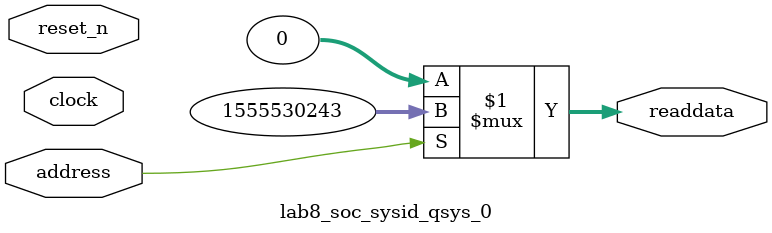
<source format=v>



// synthesis translate_off
`timescale 1ns / 1ps
// synthesis translate_on

// turn off superfluous verilog processor warnings 
// altera message_level Level1 
// altera message_off 10034 10035 10036 10037 10230 10240 10030 

module lab8_soc_sysid_qsys_0 (
               // inputs:
                address,
                clock,
                reset_n,

               // outputs:
                readdata
             )
;

  output  [ 31: 0] readdata;
  input            address;
  input            clock;
  input            reset_n;

  wire    [ 31: 0] readdata;
  //control_slave, which is an e_avalon_slave
  assign readdata = address ? 1555530243 : 0;

endmodule



</source>
